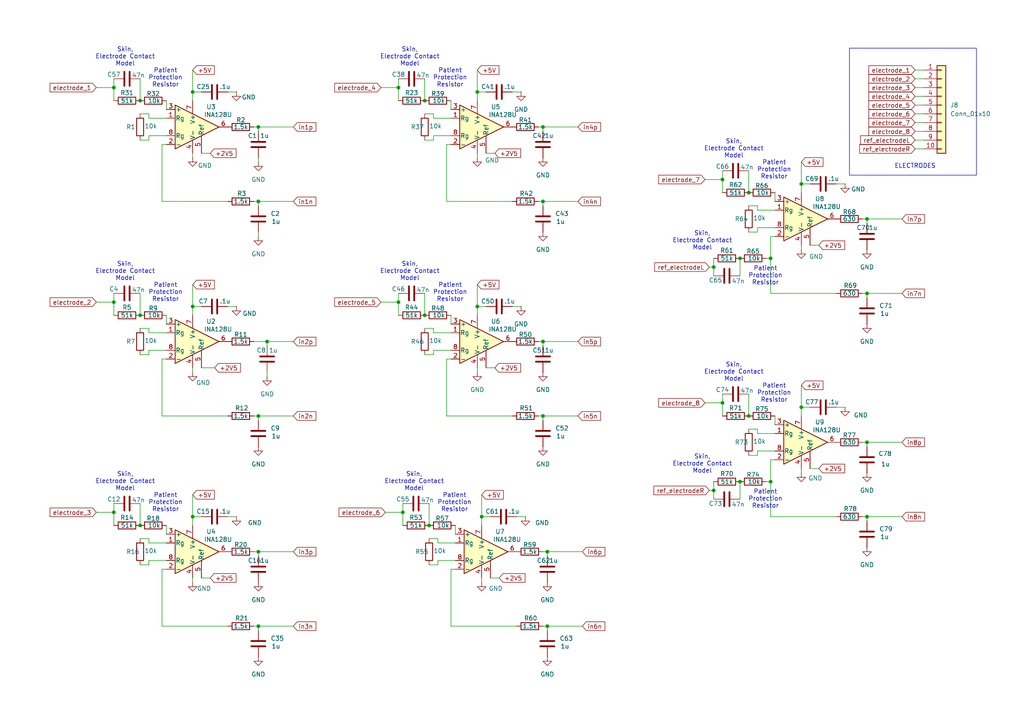
<source format=kicad_sch>
(kicad_sch (version 20231120) (generator "eeschema") (generator_version "8.0")
  (paper "A4")
  (junction (at 232.41 118.11))
  (junction (at 209.55 116.84))
  (junction (at 74.93 181.61))
  (junction (at 40.64 29.21))
  (junction (at 40.64 91.44))
  (junction (at 55.88 26.67))
  (junction (at 251.46 128.27))
  (junction (at 138.43 88.9))
  (junction (at 55.88 149.86))
  (junction (at 74.93 120.65))
  (junction (at 33.02 148.59))
  (junction (at 157.48 58.42))
  (junction (at 251.46 63.5))
  (junction (at 77.47 99.06))
  (junction (at 115.57 87.63))
  (junction (at 158.75 160.02))
  (junction (at 138.43 26.67))
  (junction (at 33.02 87.63))
  (junction (at 116.84 148.59))
  (junction (at 157.48 99.06))
  (junction (at 33.02 25.4))
  (junction (at 115.57 25.4))
  (junction (at 74.93 58.42))
  (junction (at 55.88 88.9))
  (junction (at 158.75 181.61))
  (junction (at 217.17 55.88))
  (junction (at 123.19 29.21))
  (junction (at 74.93 160.02))
  (junction (at 139.7 149.86))
  (junction (at 232.41 53.34))
  (junction (at 214.63 74.93))
  (junction (at 124.46 152.4))
  (junction (at 209.55 52.07))
  (junction (at 251.46 85.09))
  (junction (at 217.17 120.65))
  (junction (at 214.63 139.7))
  (junction (at 251.46 149.86))
  (junction (at 157.48 36.83))
  (junction (at 40.64 152.4))
  (junction (at 157.48 120.65))
  (junction (at 223.52 74.93))
  (junction (at 123.19 91.44))
  (junction (at 223.52 139.7))
  (junction (at 207.01 142.24))
  (junction (at 74.93 36.83))
  (junction (at 207.01 77.47))
  (wire (pts (xy 204.47 52.07) (xy 209.55 52.07)))
  (wire (pts (xy 132.08 157.48) (xy 127 157.48)))
  (wire (pts (xy 73.66 160.02) (xy 74.93 160.02)))
  (wire (pts (xy 43.18 102.87) (xy 40.64 102.87)))
  (wire (pts (xy 73.66 58.42) (xy 74.93 58.42)))
  (wire (pts (xy 55.88 26.67) (xy 58.42 26.67)))
  (wire (pts (xy 123.19 22.86) (xy 123.19 29.21)))
  (wire (pts (xy 138.43 91.44) (xy 138.43 88.9)))
  (wire (pts (xy 73.66 120.65) (xy 74.93 120.65)))
  (wire (pts (xy 48.26 91.44) (xy 48.26 93.98)))
  (wire (pts (xy 48.26 152.4) (xy 48.26 154.94)))
  (wire (pts (xy 77.47 99.06) (xy 85.09 99.06)))
  (wire (pts (xy 156.21 58.42) (xy 157.48 58.42)))
  (wire (pts (xy 74.93 67.31) (xy 74.93 68.58)))
  (wire (pts (xy 27.94 87.63) (xy 33.02 87.63)))
  (wire (pts (xy 48.26 162.56) (xy 43.18 162.56)))
  (wire (pts (xy 209.55 114.3) (xy 209.55 116.84)))
  (wire (pts (xy 115.57 25.4) (xy 115.57 29.21)))
  (wire (pts (xy 157.48 181.61) (xy 158.75 181.61)))
  (wire (pts (xy 251.46 128.27) (xy 251.46 129.54)))
  (wire (pts (xy 219.71 60.96) (xy 219.71 59.69)))
  (wire (pts (xy 157.48 160.02) (xy 158.75 160.02)))
  (wire (pts (xy 132.08 162.56) (xy 127 162.56)))
  (wire (pts (xy 148.59 26.67) (xy 151.13 26.67)))
  (wire (pts (xy 219.71 125.73) (xy 219.71 124.46)))
  (wire (pts (xy 205.74 142.24) (xy 207.01 142.24)))
  (wire (pts (xy 224.79 66.04) (xy 219.71 66.04)))
  (wire (pts (xy 116.84 146.05) (xy 116.84 148.59)))
  (wire (pts (xy 232.41 71.12) (xy 232.41 72.39)))
  (wire (pts (xy 73.66 181.61) (xy 74.93 181.61)))
  (wire (pts (xy 214.63 139.7) (xy 214.63 144.78)))
  (wire (pts (xy 55.88 152.4) (xy 55.88 149.86)))
  (wire (pts (xy 219.71 67.31) (xy 217.17 67.31)))
  (wire (pts (xy 149.86 181.61) (xy 130.81 181.61)))
  (wire (pts (xy 43.18 101.6) (xy 43.18 102.87)))
  (wire (pts (xy 251.46 63.5) (xy 261.62 63.5)))
  (wire (pts (xy 223.52 139.7) (xy 223.52 149.86)))
  (wire (pts (xy 224.79 125.73) (xy 219.71 125.73)))
  (wire (pts (xy 265.43 43.18) (xy 267.97 43.18)))
  (wire (pts (xy 237.49 135.89) (xy 234.95 135.89)))
  (wire (pts (xy 157.48 58.42) (xy 167.64 58.42)))
  (wire (pts (xy 242.57 53.34) (xy 245.11 53.34)))
  (wire (pts (xy 77.47 99.06) (xy 77.47 100.33)))
  (wire (pts (xy 74.93 181.61) (xy 74.93 182.88)))
  (wire (pts (xy 232.41 118.11) (xy 234.95 118.11)))
  (wire (pts (xy 217.17 49.53) (xy 217.17 55.88)))
  (wire (pts (xy 157.48 36.83) (xy 157.48 38.1)))
  (wire (pts (xy 125.73 101.6) (xy 125.73 102.87)))
  (wire (pts (xy 43.18 39.37) (xy 43.18 40.64)))
  (wire (pts (xy 55.88 106.68) (xy 55.88 107.95)))
  (wire (pts (xy 55.88 149.86) (xy 58.42 149.86)))
  (wire (pts (xy 158.75 181.61) (xy 168.91 181.61)))
  (wire (pts (xy 110.49 25.4) (xy 115.57 25.4)))
  (wire (pts (xy 232.41 111.76) (xy 232.41 118.11)))
  (wire (pts (xy 48.26 34.29) (xy 43.18 34.29)))
  (wire (pts (xy 219.71 59.69) (xy 217.17 59.69)))
  (wire (pts (xy 130.81 91.44) (xy 130.81 93.98)))
  (wire (pts (xy 40.64 146.05) (xy 40.64 152.4)))
  (wire (pts (xy 130.81 101.6) (xy 125.73 101.6)))
  (wire (pts (xy 123.19 85.09) (xy 123.19 91.44)))
  (wire (pts (xy 125.73 96.52) (xy 125.73 95.25)))
  (wire (pts (xy 48.26 157.48) (xy 43.18 157.48)))
  (wire (pts (xy 125.73 102.87) (xy 123.19 102.87)))
  (wire (pts (xy 40.64 22.86) (xy 40.64 29.21)))
  (wire (pts (xy 265.43 25.4) (xy 267.97 25.4)))
  (wire (pts (xy 48.26 104.14) (xy 46.99 104.14)))
  (wire (pts (xy 46.99 165.1) (xy 46.99 181.61)))
  (wire (pts (xy 74.93 36.83) (xy 85.09 36.83)))
  (wire (pts (xy 209.55 52.07) (xy 209.55 55.88)))
  (wire (pts (xy 125.73 34.29) (xy 125.73 33.02)))
  (wire (pts (xy 43.18 162.56) (xy 43.18 163.83)))
  (wire (pts (xy 158.75 160.02) (xy 168.91 160.02)))
  (wire (pts (xy 157.48 99.06) (xy 157.48 100.33)))
  (wire (pts (xy 265.43 35.56) (xy 267.97 35.56)))
  (wire (pts (xy 158.75 181.61) (xy 158.75 182.88)))
  (wire (pts (xy 115.57 22.86) (xy 115.57 25.4)))
  (wire (pts (xy 33.02 25.4) (xy 33.02 29.21)))
  (wire (pts (xy 125.73 33.02) (xy 123.19 33.02)))
  (wire (pts (xy 127 162.56) (xy 127 163.83)))
  (wire (pts (xy 74.93 58.42) (xy 85.09 58.42)))
  (wire (pts (xy 232.41 135.89) (xy 232.41 137.16)))
  (wire (pts (xy 33.02 146.05) (xy 33.02 148.59)))
  (wire (pts (xy 132.08 165.1) (xy 130.81 165.1)))
  (wire (pts (xy 43.18 96.52) (xy 43.18 95.25)))
  (wire (pts (xy 48.26 101.6) (xy 43.18 101.6)))
  (wire (pts (xy 130.81 104.14) (xy 129.54 104.14)))
  (wire (pts (xy 127 157.48) (xy 127 156.21)))
  (wire (pts (xy 138.43 82.55) (xy 138.43 88.9)))
  (wire (pts (xy 74.93 120.65) (xy 74.93 121.92)))
  (wire (pts (xy 116.84 148.59) (xy 116.84 152.4)))
  (wire (pts (xy 250.19 128.27) (xy 251.46 128.27)))
  (wire (pts (xy 157.48 120.65) (xy 157.48 121.92)))
  (wire (pts (xy 139.7 167.64) (xy 139.7 168.91)))
  (wire (pts (xy 242.57 85.09) (xy 223.52 85.09)))
  (wire (pts (xy 55.88 29.21) (xy 55.88 26.67)))
  (wire (pts (xy 265.43 38.1) (xy 267.97 38.1)))
  (wire (pts (xy 74.93 120.65) (xy 85.09 120.65)))
  (wire (pts (xy 66.04 120.65) (xy 46.99 120.65)))
  (wire (pts (xy 127 163.83) (xy 124.46 163.83)))
  (wire (pts (xy 60.96 167.64) (xy 58.42 167.64)))
  (wire (pts (xy 55.88 20.32) (xy 55.88 26.67)))
  (wire (pts (xy 138.43 106.68) (xy 138.43 107.95)))
  (wire (pts (xy 251.46 149.86) (xy 261.62 149.86)))
  (wire (pts (xy 125.73 95.25) (xy 123.19 95.25)))
  (wire (pts (xy 111.76 148.59) (xy 116.84 148.59)))
  (wire (pts (xy 62.23 106.68) (xy 58.42 106.68)))
  (wire (pts (xy 219.71 124.46) (xy 217.17 124.46)))
  (wire (pts (xy 148.59 58.42) (xy 129.54 58.42)))
  (wire (pts (xy 55.88 82.55) (xy 55.88 88.9)))
  (wire (pts (xy 43.18 156.21) (xy 40.64 156.21)))
  (wire (pts (xy 46.99 104.14) (xy 46.99 120.65)))
  (wire (pts (xy 74.93 160.02) (xy 74.93 161.29)))
  (wire (pts (xy 157.48 120.65) (xy 167.64 120.65)))
  (wire (pts (xy 251.46 85.09) (xy 251.46 86.36)))
  (wire (pts (xy 242.57 149.86) (xy 223.52 149.86)))
  (wire (pts (xy 205.74 77.47) (xy 207.01 77.47)))
  (wire (pts (xy 157.48 58.42) (xy 157.48 59.69)))
  (wire (pts (xy 251.46 63.5) (xy 251.46 64.77)))
  (wire (pts (xy 250.19 149.86) (xy 251.46 149.86)))
  (wire (pts (xy 48.26 165.1) (xy 46.99 165.1)))
  (wire (pts (xy 250.19 85.09) (xy 251.46 85.09)))
  (wire (pts (xy 139.7 152.4) (xy 139.7 149.86)))
  (wire (pts (xy 224.79 60.96) (xy 219.71 60.96)))
  (wire (pts (xy 125.73 39.37) (xy 125.73 40.64)))
  (wire (pts (xy 110.49 87.63) (xy 115.57 87.63)))
  (wire (pts (xy 27.94 25.4) (xy 33.02 25.4)))
  (wire (pts (xy 115.57 85.09) (xy 115.57 87.63)))
  (wire (pts (xy 130.81 165.1) (xy 130.81 181.61)))
  (wire (pts (xy 74.93 36.83) (xy 74.93 38.1)))
  (wire (pts (xy 48.26 41.91) (xy 46.99 41.91)))
  (wire (pts (xy 158.75 160.02) (xy 158.75 161.29)))
  (wire (pts (xy 74.93 45.72) (xy 74.93 46.99)))
  (wire (pts (xy 148.59 88.9) (xy 151.13 88.9)))
  (wire (pts (xy 157.48 36.83) (xy 167.64 36.83)))
  (wire (pts (xy 224.79 133.35) (xy 223.52 133.35)))
  (wire (pts (xy 55.88 88.9) (xy 58.42 88.9)))
  (wire (pts (xy 43.18 34.29) (xy 43.18 33.02)))
  (wire (pts (xy 219.71 132.08) (xy 217.17 132.08)))
  (wire (pts (xy 43.18 33.02) (xy 40.64 33.02)))
  (wire (pts (xy 33.02 148.59) (xy 33.02 152.4)))
  (wire (pts (xy 207.01 142.24) (xy 207.01 144.78)))
  (wire (pts (xy 33.02 85.09) (xy 33.02 87.63)))
  (wire (pts (xy 149.86 149.86) (xy 152.4 149.86)))
  (wire (pts (xy 27.94 148.59) (xy 33.02 148.59)))
  (wire (pts (xy 219.71 130.81) (xy 219.71 132.08)))
  (wire (pts (xy 55.88 91.44) (xy 55.88 88.9)))
  (wire (pts (xy 156.21 36.83) (xy 157.48 36.83)))
  (wire (pts (xy 223.52 74.93) (xy 222.25 74.93)))
  (wire (pts (xy 66.04 88.9) (xy 68.58 88.9)))
  (wire (pts (xy 251.46 128.27) (xy 261.62 128.27)))
  (wire (pts (xy 124.46 146.05) (xy 124.46 152.4)))
  (wire (pts (xy 130.81 29.21) (xy 130.81 31.75)))
  (wire (pts (xy 129.54 41.91) (xy 129.54 58.42)))
  (wire (pts (xy 224.79 68.58) (xy 223.52 68.58)))
  (wire (pts (xy 48.26 29.21) (xy 48.26 31.75)))
  (wire (pts (xy 143.51 106.68) (xy 140.97 106.68)))
  (wire (pts (xy 129.54 104.14) (xy 129.54 120.65)))
  (wire (pts (xy 207.01 77.47) (xy 207.01 80.01)))
  (wire (pts (xy 224.79 55.88) (xy 224.79 58.42)))
  (wire (pts (xy 138.43 88.9) (xy 140.97 88.9)))
  (wire (pts (xy 130.81 34.29) (xy 125.73 34.29)))
  (wire (pts (xy 251.46 149.86) (xy 251.46 151.13)))
  (wire (pts (xy 132.08 152.4) (xy 132.08 154.94)))
  (wire (pts (xy 237.49 71.12) (xy 234.95 71.12)))
  (wire (pts (xy 144.78 167.64) (xy 142.24 167.64)))
  (wire (pts (xy 207.01 74.93) (xy 207.01 77.47)))
  (wire (pts (xy 223.52 139.7) (xy 222.25 139.7)))
  (wire (pts (xy 46.99 41.91) (xy 46.99 58.42)))
  (wire (pts (xy 143.51 44.45) (xy 140.97 44.45)))
  (wire (pts (xy 33.02 87.63) (xy 33.02 91.44)))
  (wire (pts (xy 43.18 95.25) (xy 40.64 95.25)))
  (wire (pts (xy 55.88 44.45) (xy 55.88 45.72)))
  (wire (pts (xy 40.64 85.09) (xy 40.64 91.44)))
  (wire (pts (xy 55.88 167.64) (xy 55.88 168.91)))
  (wire (pts (xy 217.17 114.3) (xy 217.17 120.65)))
  (wire (pts (xy 265.43 20.32) (xy 267.97 20.32)))
  (wire (pts (xy 43.18 157.48) (xy 43.18 156.21)))
  (wire (pts (xy 224.79 120.65) (xy 224.79 123.19)))
  (wire (pts (xy 157.48 99.06) (xy 167.64 99.06)))
  (wire (pts (xy 232.41 46.99) (xy 232.41 53.34)))
  (wire (pts (xy 60.96 44.45) (xy 58.42 44.45)))
  (wire (pts (xy 219.71 66.04) (xy 219.71 67.31)))
  (wire (pts (xy 207.01 139.7) (xy 207.01 142.24)))
  (wire (pts (xy 77.47 107.95) (xy 77.47 109.22)))
  (wire (pts (xy 232.41 120.65) (xy 232.41 118.11)))
  (wire (pts (xy 223.52 74.93) (xy 223.52 85.09)))
  (wire (pts (xy 115.57 87.63) (xy 115.57 91.44)))
  (wire (pts (xy 148.59 120.65) (xy 129.54 120.65)))
  (wire (pts (xy 265.43 33.02) (xy 267.97 33.02)))
  (wire (pts (xy 66.04 181.61) (xy 46.99 181.61)))
  (wire (pts (xy 74.93 58.42) (xy 74.93 59.69)))
  (wire (pts (xy 130.81 96.52) (xy 125.73 96.52)))
  (wire (pts (xy 156.21 99.06) (xy 157.48 99.06)))
  (wire (pts (xy 265.43 40.64) (xy 267.97 40.64)))
  (wire (pts (xy 214.63 74.93) (xy 214.63 80.01)))
  (wire (pts (xy 125.73 40.64) (xy 123.19 40.64)))
  (wire (pts (xy 43.18 163.83) (xy 40.64 163.83)))
  (wire (pts (xy 156.21 120.65) (xy 157.48 120.65)))
  (wire (pts (xy 73.66 36.83) (xy 74.93 36.83)))
  (wire (pts (xy 265.43 30.48) (xy 267.97 30.48)))
  (wire (pts (xy 138.43 44.45) (xy 138.43 45.72)))
  (wire (pts (xy 223.52 68.58) (xy 223.52 74.93)))
  (wire (pts (xy 55.88 143.51) (xy 55.88 149.86)))
  (wire (pts (xy 73.66 99.06) (xy 77.47 99.06)))
  (wire (pts (xy 265.43 27.94) (xy 267.97 27.94)))
  (wire (pts (xy 251.46 85.09) (xy 261.62 85.09)))
  (wire (pts (xy 127 156.21) (xy 124.46 156.21)))
  (wire (pts (xy 48.26 96.52) (xy 43.18 96.52)))
  (wire (pts (xy 138.43 26.67) (xy 140.97 26.67)))
  (wire (pts (xy 74.93 181.61) (xy 85.09 181.61)))
  (wire (pts (xy 48.26 39.37) (xy 43.18 39.37)))
  (wire (pts (xy 242.57 118.11) (xy 245.11 118.11)))
  (wire (pts (xy 139.7 143.51) (xy 139.7 149.86)))
  (wire (pts (xy 43.18 40.64) (xy 40.64 40.64)))
  (wire (pts (xy 130.81 41.91) (xy 129.54 41.91)))
  (wire (pts (xy 224.79 130.81) (xy 219.71 130.81)))
  (wire (pts (xy 66.04 149.86) (xy 68.58 149.86)))
  (wire (pts (xy 138.43 29.21) (xy 138.43 26.67)))
  (wire (pts (xy 66.04 26.67) (xy 68.58 26.67)))
  (wire (pts (xy 232.41 55.88) (xy 232.41 53.34)))
  (wire (pts (xy 265.43 22.86) (xy 267.97 22.86)))
  (wire (pts (xy 232.41 53.34) (xy 234.95 53.34)))
  (wire (pts (xy 250.19 63.5) (xy 251.46 63.5)))
  (wire (pts (xy 139.7 149.86) (xy 142.24 149.86)))
  (wire (pts (xy 138.43 20.32) (xy 138.43 26.67)))
  (wire (pts (xy 66.04 58.42) (xy 46.99 58.42)))
  (wire (pts (xy 204.47 116.84) (xy 209.55 116.84)))
  (wire (pts (xy 209.55 116.84) (xy 209.55 120.65)))
  (wire (pts (xy 209.55 49.53) (xy 209.55 52.07)))
  (wire (pts (xy 33.02 22.86) (xy 33.02 25.4)))
  (wire (pts (xy 130.81 39.37) (xy 125.73 39.37)))
  (wire (pts (xy 74.93 160.02) (xy 85.09 160.02)))
  (wire (pts (xy 223.52 133.35) (xy 223.52 139.7)))
  (rectangle (start 246.38 13.97) (end 283.21 50.8))
  (text "Skin,\nElectrode Contact\nModel" (at 36.322 78.74 0) (effects (font (size 1.27 1.27))))
  (text "Skin,\nElectrode Contact\nModel" (at 36.322 16.51 0) (effects (font (size 1.27 1.27))))
  (text "Skin,\nElectrode Contact\nModel" (at 212.852 107.95 0) (effects (font (size 1.27 1.27))))
  (text "Skin,\nElectrode Contact\nModel" (at 203.708 69.85 0) (effects (font (size 1.27 1.27))))
  (text "Skin,\nElectrode Contact\nModel" (at 118.872 78.74 0) (effects (font (size 1.27 1.27))))
  (text "Patient\nProtection\nResistor" (at 221.996 80.01 0) (effects (font (size 1.27 1.27))))
  (text "Patient\nProtection\nResistor" (at 224.536 114.046 0) (effects (font (size 1.27 1.27))))
  (text "Patient\nProtection\nResistor" (at 224.536 49.276 0) (effects (font (size 1.27 1.27))))
  (text "Patient\nProtection\nResistor" (at 130.556 22.606 0) (effects (font (size 1.27 1.27))))
  (text "Skin,\nElectrode Contact\nModel" (at 118.872 16.51 0) (effects (font (size 1.27 1.27))))
  (text "Skin,\nElectrode Contact\nModel" (at 36.322 139.7 0) (effects (font (size 1.27 1.27))))
  (text "Patient\nProtection\nResistor" (at 48.006 22.606 0) (effects (font (size 1.27 1.27))))
  (text "Skin,\nElectrode Contact\nModel" (at 120.142 139.7 0) (effects (font (size 1.27 1.27))))
  (text "Patient\nProtection\nResistor" (at 48.006 84.836 0) (effects (font (size 1.27 1.27))))
  (text "Patient\nProtection\nResistor" (at 221.996 144.78 0) (effects (font (size 1.27 1.27))))
  (text "Skin,\nElectrode Contact\nModel" (at 203.708 134.62 0) (effects (font (size 1.27 1.27))))
  (text "Skin,\nElectrode Contact\nModel" (at 212.852 43.18 0) (effects (font (size 1.27 1.27))))
  (text "Patient\nProtection\nResistor" (at 130.556 84.836 0) (effects (font (size 1.27 1.27))))
  (text "Patient\nProtection\nResistor" (at 131.826 145.796 0) (effects (font (size 1.27 1.27))))
  (text "ELECTRODES" (at 265.43 48.26 0) (effects (font (size 1.27 1.27))))
  (text "Patient\nProtection\nResistor" (at 48.006 145.796 0) (effects (font (size 1.27 1.27))))
  (global_label "+2V5" (shape input) (at 143.51 106.68 0) (property "Intersheetrefs" "${INTERSHEET_REFS}" (effects (hide yes))))
  (global_label "in7n" (shape input) (at 261.62 85.09 0) (property "Intersheetrefs" "${INTERSHEET_REFS}" (effects (hide yes))))
  (global_label "ref_electrodeL" (shape input) (at 265.43 40.64 180) (property "Intersheetrefs" "${INTERSHEET_REFS}" (effects (hide yes))))
  (global_label "in1p" (shape input) (at 85.09 36.83 0) (property "Intersheetrefs" "${INTERSHEET_REFS}" (effects (hide yes))))
  (global_label "+5V" (shape input) (at 138.43 20.32 0) (property "Intersheetrefs" "${INTERSHEET_REFS}" (effects (hide yes))))
  (global_label "electrode_2" (shape input) (at 265.43 22.86 180) (property "Intersheetrefs" "${INTERSHEET_REFS}" (effects (hide yes))))
  (global_label "in2n" (shape input) (at 85.09 120.65 0) (property "Intersheetrefs" "${INTERSHEET_REFS}" (effects (hide yes))))
  (global_label "in4p" (shape input) (at 167.64 36.83 0) (property "Intersheetrefs" "${INTERSHEET_REFS}" (effects (hide yes))))
  (global_label "electrode_5" (shape input) (at 265.43 30.48 180) (property "Intersheetrefs" "${INTERSHEET_REFS}" (effects (hide yes))))
  (global_label "in5n" (shape input) (at 167.64 120.65 0) (property "Intersheetrefs" "${INTERSHEET_REFS}" (effects (hide yes))))
  (global_label "electrode_8" (shape input) (at 265.43 38.1 180) (property "Intersheetrefs" "${INTERSHEET_REFS}" (effects (hide yes))))
  (global_label "electrode_6" (shape input) (at 111.76 148.59 180) (property "Intersheetrefs" "${INTERSHEET_REFS}" (effects (hide yes))))
  (global_label "electrode_6" (shape input) (at 265.43 33.02 180) (property "Intersheetrefs" "${INTERSHEET_REFS}" (effects (hide yes))))
  (global_label "+2V5" (shape input) (at 143.51 44.45 0) (property "Intersheetrefs" "${INTERSHEET_REFS}" (effects (hide yes))))
  (global_label "+5V" (shape input) (at 232.41 46.99 0) (property "Intersheetrefs" "${INTERSHEET_REFS}" (effects (hide yes))))
  (global_label "electrode_2" (shape input) (at 27.94 87.63 180) (property "Intersheetrefs" "${INTERSHEET_REFS}" (effects (hide yes))))
  (global_label "ref_electrodeR" (shape input) (at 265.43 43.18 180) (property "Intersheetrefs" "${INTERSHEET_REFS}" (effects (hide yes))))
  (global_label "+5V" (shape input) (at 139.7 143.51 0) (property "Intersheetrefs" "${INTERSHEET_REFS}" (effects (hide yes))))
  (global_label "+5V" (shape input) (at 232.41 111.76 0) (property "Intersheetrefs" "${INTERSHEET_REFS}" (effects (hide yes))))
  (global_label "in3p" (shape input) (at 85.09 160.02 0) (property "Intersheetrefs" "${INTERSHEET_REFS}" (effects (hide yes))))
  (global_label "electrode_1" (shape input) (at 265.43 20.32 180) (property "Intersheetrefs" "${INTERSHEET_REFS}" (effects (hide yes))))
  (global_label "+5V" (shape input) (at 55.88 20.32 0) (property "Intersheetrefs" "${INTERSHEET_REFS}" (effects (hide yes))))
  (global_label "in5p" (shape input) (at 167.64 99.06 0) (property "Intersheetrefs" "${INTERSHEET_REFS}" (effects (hide yes))))
  (global_label "electrode_4" (shape input) (at 110.49 25.4 180) (property "Intersheetrefs" "${INTERSHEET_REFS}" (effects (hide yes))))
  (global_label "ref_electrodeR" (shape input) (at 205.74 142.24 180) (property "Intersheetrefs" "${INTERSHEET_REFS}" (effects (hide yes))))
  (global_label "+5V" (shape input) (at 55.88 143.51 0) (property "Intersheetrefs" "${INTERSHEET_REFS}" (effects (hide yes))))
  (global_label "in4n" (shape input) (at 167.64 58.42 0) (property "Intersheetrefs" "${INTERSHEET_REFS}" (effects (hide yes))))
  (global_label "in6p" (shape input) (at 168.91 160.02 0) (property "Intersheetrefs" "${INTERSHEET_REFS}" (effects (hide yes))))
  (global_label "+2V5" (shape input) (at 60.96 167.64 0) (property "Intersheetrefs" "${INTERSHEET_REFS}" (effects (hide yes))))
  (global_label "in3n" (shape input) (at 85.09 181.61 0) (property "Intersheetrefs" "${INTERSHEET_REFS}" (effects (hide yes))))
  (global_label "electrode_8" (shape input) (at 204.47 116.84 180) (property "Intersheetrefs" "${INTERSHEET_REFS}" (effects (hide yes))))
  (global_label "+2V5" (shape input) (at 60.96 44.45 0) (property "Intersheetrefs" "${INTERSHEET_REFS}" (effects (hide yes))))
  (global_label "ref_electrodeL" (shape input) (at 205.74 77.47 180) (property "Intersheetrefs" "${INTERSHEET_REFS}" (effects (hide yes))))
  (global_label "+2V5" (shape input) (at 237.49 135.89 0) (property "Intersheetrefs" "${INTERSHEET_REFS}" (effects (hide yes))))
  (global_label "in6n" (shape input) (at 168.91 181.61 0) (property "Intersheetrefs" "${INTERSHEET_REFS}" (effects (hide yes))))
  (global_label "+2V5" (shape input) (at 62.23 106.68 0) (property "Intersheetrefs" "${INTERSHEET_REFS}" (effects (hide yes))))
  (global_label "+5V" (shape input) (at 138.43 82.55 0) (property "Intersheetrefs" "${INTERSHEET_REFS}" (effects (hide yes))))
  (global_label "electrode_7" (shape input) (at 265.43 35.56 180) (property "Intersheetrefs" "${INTERSHEET_REFS}" (effects (hide yes))))
  (global_label "+2V5" (shape input) (at 237.49 71.12 0) (property "Intersheetrefs" "${INTERSHEET_REFS}" (effects (hide yes))))
  (global_label "+5V" (shape input) (at 55.88 82.55 0) (property "Intersheetrefs" "${INTERSHEET_REFS}" (effects (hide yes))))
  (global_label "electrode_3" (shape input) (at 265.43 25.4 180) (property "Intersheetrefs" "${INTERSHEET_REFS}" (effects (hide yes))))
  (global_label "electrode_1" (shape input) (at 27.94 25.4 180) (property "Intersheetrefs" "${INTERSHEET_REFS}" (effects (hide yes))))
  (global_label "+2V5" (shape input) (at 144.78 167.64 0) (property "Intersheetrefs" "${INTERSHEET_REFS}" (effects (hide yes))))
  (global_label "electrode_3" (shape input) (at 27.94 148.59 180) (property "Intersheetrefs" "${INTERSHEET_REFS}" (effects (hide yes))))
  (global_label "in8p" (shape input) (at 261.62 128.27 0) (property "Intersheetrefs" "${INTERSHEET_REFS}" (effects (hide yes))))
  (global_label "in8n" (shape input) (at 261.62 149.86 0) (property "Intersheetrefs" "${INTERSHEET_REFS}" (effects (hide yes))))
  (global_label "in2p" (shape input) (at 85.09 99.06 0) (property "Intersheetrefs" "${INTERSHEET_REFS}" (effects (hide yes))))
  (global_label "electrode_7" (shape input) (at 204.47 52.07 180) (property "Intersheetrefs" "${INTERSHEET_REFS}" (effects (hide yes))))
  (global_label "electrode_4" (shape input) (at 265.43 27.94 180) (property "Intersheetrefs" "${INTERSHEET_REFS}" (effects (hide yes))))
  (global_label "in7p" (shape input) (at 261.62 63.5 0) (property "Intersheetrefs" "${INTERSHEET_REFS}" (effects (hide yes))))
  (global_label "in1n" (shape input) (at 85.09 58.42 0) (property "Intersheetrefs" "${INTERSHEET_REFS}" (effects (hide yes))))
  (global_label "electrode_5" (shape input) (at 110.49 87.63 180) (property "Intersheetrefs" "${INTERSHEET_REFS}" (effects (hide yes))))
  (symbol (lib_id "Device:R") (at 127 91.44 90) (unit 1)
    (property "Reference" "R48" (at 127 89.408 90))
    (property "Value" "10k" (at 127.254 91.44 90))
    (property "Footprint" "Resistor_SMD:R_0603_1608Metric" (effects (hide yes)))
    (property "Description" "Resistor" (effects (hide yes)))
  )
  (symbol (lib_id "Device:R") (at 210.82 74.93 90) (unit 1)
    (property "Reference" "R61" (at 210.82 72.644 90))
    (property "Value" "51k" (at 210.82 74.93 90))
    (property "Footprint" "Resistor_SMD:R_0603_1608Metric" (effects (hide yes)))
    (property "Description" "Resistor" (effects (hide yes)))
  )
  (symbol (lib_id "Amplifier_Instrumentation:INA128") (at 138.43 36.83 0) (unit 1)
    (property "Reference" "U5" (at 143.764 30.988 0))
    (property "Value" "INA128U" (at 145.796 33.274 0))
    (property "Footprint" "Package_SO:SOIC-8_3.9x4.9mm_P1.27mm" (effects (hide yes)))
    (property "Datasheet" "http://www.ti.com/lit/ds/symlink/ina128.pdf" (effects (hide yes)))
    (property "Description" "Precision, Low Power Instrumentation Amplifier G = 1 + 50kOhm/Rg, DIP-8/SOIC-8" (effects (hide yes)))
  )
  (symbol (lib_id "Device:C") (at 74.93 41.91 0) (unit 1)
    (property "Reference" "C1" (at 71.882 39.37 0) (effects (justify left)))
    (property "Value" "1u" (at 75.438 39.37 0) (effects (justify left)))
    (property "Footprint" "Capacitor_SMD:C_0603_1608Metric" (effects (hide yes)))
    (property "Description" "Unpolarized capacitor" (effects (hide yes)))
  )
  (symbol (lib_id "Device:R") (at 36.83 91.44 90) (unit 1)
    (property "Reference" "R5" (at 36.83 89.154 90))
    (property "Value" "51k" (at 36.83 91.44 90))
    (property "Footprint" "Resistor_SMD:R_0603_1608Metric" (effects (hide yes)))
    (property "Description" "Resistor" (effects (hide yes)))
  )
  (symbol (lib_id "Device:C") (at 157.48 63.5 0) (unit 1)
    (property "Reference" "C43" (at 161.036 61.976 0) (effects (justify left)))
    (property "Value" "1u" (at 161.29 64.262 0) (effects (justify left)))
    (property "Footprint" "Capacitor_SMD:C_0603_1608Metric" (effects (hide yes)))
    (property "Description" "Unpolarized capacitor" (effects (hide yes)))
  )
  (symbol (lib_id "Device:C") (at 157.48 104.14 0) (unit 1)
    (property "Reference" "C51" (at 154.432 101.6 0) (effects (justify left)))
    (property "Value" "1u" (at 157.988 101.6 0) (effects (justify left)))
    (property "Footprint" "Capacitor_SMD:C_0603_1608Metric" (effects (hide yes)))
    (property "Description" "Unpolarized capacitor" (effects (hide yes)))
  )
  (symbol (lib_id "Device:R") (at 217.17 63.5 0) (unit 1)
    (property "Reference" "R64" (at 213.106 63.5 0) (effects (justify left)))
    (property "Value" "10k" (at 218.44 63.246 0) (effects (justify left)))
    (property "Footprint" "Resistor_SMD:R_0603_1608Metric" (effects (hide yes)))
    (property "Description" "Resistor" (effects (hide yes)))
  )
  (symbol (lib_id "Device:R") (at 40.64 99.06 0) (unit 1)
    (property "Reference" "R7" (at 36.576 99.06 0) (effects (justify left)))
    (property "Value" "10k" (at 41.91 98.806 0) (effects (justify left)))
    (property "Footprint" "Resistor_SMD:R_0603_1608Metric" (effects (hide yes)))
    (property "Description" "Resistor" (effects (hide yes)))
  )
  (symbol (lib_id "Device:C") (at 251.46 133.35 0) (unit 1)
    (property "Reference" "C78" (at 254.762 131.572 0) (effects (justify left)))
    (property "Value" "1u" (at 255.524 134.62 0) (effects (justify left)))
    (property "Footprint" "Capacitor_SMD:C_0603_1608Metric" (effects (hide yes)))
    (property "Description" "Unpolarized capacitor" (effects (hide yes)))
  )
  (symbol (lib_id "Device:R") (at 213.36 55.88 90) (unit 1)
    (property "Reference" "R62" (at 213.36 53.594 90))
    (property "Value" "51k" (at 213.36 55.88 90))
    (property "Footprint" "Resistor_SMD:R_0603_1608Metric" (effects (hide yes)))
    (property "Description" "Resistor" (effects (hide yes)))
  )
  (symbol (lib_id "Device:R") (at 119.38 29.21 90) (unit 1)
    (property "Reference" "R23" (at 119.38 26.924 90))
    (property "Value" "51k" (at 119.38 29.21 90))
    (property "Footprint" "Resistor_SMD:R_0603_1608Metric" (effects (hide yes)))
    (property "Description" "Resistor" (effects (hide yes)))
  )
  (symbol (lib_id "Amplifier_Instrumentation:INA128") (at 232.41 63.5 0) (unit 1)
    (property "Reference" "U8" (at 237.744 57.658 0))
    (property "Value" "INA128U" (at 239.776 59.944 0))
    (property "Footprint" "Package_SO:SOIC-8_3.9x4.9mm_P1.27mm" (effects (hide yes)))
    (property "Datasheet" "http://www.ti.com/lit/ds/symlink/ina128.pdf" (effects (hide yes)))
    (property "Description" "Precision, Low Power Instrumentation Amplifier G = 1 + 50kOhm/Rg, DIP-8/SOIC-8" (effects (hide yes)))
  )
  (symbol (lib_id "power:GND") (at 157.48 107.95 0) (unit 1)
    (property "Reference" "#PWR017" (effects (hide yes)))
    (property "Value" "GND" (at 157.48 113.03 0))
    (property "Description" "Power symbol creates a global label with name \"GND\" , ground" (effects (hide yes)))
  )
  (symbol (lib_id "Device:C") (at 157.48 125.73 0) (unit 1)
    (property "Reference" "C52" (at 161.036 124.206 0) (effects (justify left)))
    (property "Value" "1u" (at 161.29 126.492 0) (effects (justify left)))
    (property "Footprint" "Capacitor_SMD:C_0603_1608Metric" (effects (hide yes)))
    (property "Description" "Unpolarized capacitor" (effects (hide yes)))
  )
  (symbol (lib_id "power:GND") (at 74.93 168.91 0) (unit 1)
    (property "Reference" "#PWR012" (effects (hide yes)))
    (property "Value" "GND" (at 74.93 173.99 0))
    (property "Description" "Power symbol creates a global label with name \"GND\" , ground" (effects (hide yes)))
  )
  (symbol (lib_id "power:GND") (at 151.13 26.67 0) (unit 1)
    (property "Reference" "#PWR046" (effects (hide yes)))
    (property "Value" "GND" (at 151.13 31.75 0))
    (property "Description" "Power symbol creates a global label with name \"GND\" , ground" (effects (hide yes)))
  )
  (symbol (lib_id "Device:R") (at 44.45 152.4 90) (unit 1)
    (property "Reference" "R18" (at 44.45 150.368 90))
    (property "Value" "10k" (at 44.704 152.4 90))
    (property "Footprint" "Resistor_SMD:R_0603_1608Metric" (effects (hide yes)))
    (property "Description" "Resistor" (effects (hide yes)))
  )
  (symbol (lib_id "Amplifier_Instrumentation:INA128") (at 55.88 160.02 0) (unit 1)
    (property "Reference" "U4" (at 61.214 154.178 0))
    (property "Value" "INA128U" (at 63.246 156.464 0))
    (property "Footprint" "Package_SO:SOIC-8_3.9x4.9mm_P1.27mm" (effects (hide yes)))
    (property "Datasheet" "http://www.ti.com/lit/ds/symlink/ina128.pdf" (effects (hide yes)))
    (property "Description" "Precision, Low Power Instrumentation Amplifier G = 1 + 50kOhm/Rg, DIP-8/SOIC-8" (effects (hide yes)))
  )
  (symbol (lib_id "Device:R") (at 69.85 181.61 90) (unit 1)
    (property "Reference" "R21" (at 70.104 179.324 90))
    (property "Value" "1.5k" (at 69.85 181.61 90))
    (property "Footprint" "Resistor_SMD:R_0603_1608Metric" (effects (hide yes)))
    (property "Description" "Resistor" (effects (hide yes)))
  )
  (symbol (lib_id "Amplifier_Instrumentation:INA128") (at 55.88 99.06 0) (unit 1)
    (property "Reference" "U2" (at 61.214 93.218 0))
    (property "Value" "INA128U" (at 63.246 95.504 0))
    (property "Footprint" "Package_SO:SOIC-8_3.9x4.9mm_P1.27mm" (effects (hide yes)))
    (property "Datasheet" "http://www.ti.com/lit/ds/symlink/ina128.pdf" (effects (hide yes)))
    (property "Description" "Precision, Low Power Instrumentation Amplifier G = 1 + 50kOhm/Rg, DIP-8/SOIC-8" (effects (hide yes)))
  )
  (symbol (lib_id "Device:R") (at 119.38 91.44 90) (unit 1)
    (property "Reference" "R44" (at 119.38 89.154 90))
    (property "Value" "51k" (at 119.38 91.44 90))
    (property "Footprint" "Resistor_SMD:R_0603_1608Metric" (effects (hide yes)))
    (property "Description" "Resistor" (effects (hide yes)))
  )
  (symbol (lib_id "Device:R") (at 152.4 36.83 90) (unit 1)
    (property "Reference" "R41" (at 152.4 34.798 90))
    (property "Value" "1.5k" (at 152.4 36.83 90))
    (property "Footprint" "Resistor_SMD:R_0603_1608Metric" (effects (hide yes)))
    (property "Description" "Resistor" (effects (hide yes)))
  )
  (symbol (lib_id "Amplifier_Instrumentation:INA128") (at 232.41 128.27 0) (unit 1)
    (property "Reference" "U9" (at 237.744 122.428 0))
    (property "Value" "INA128U" (at 239.776 124.714 0))
    (property "Footprint" "Package_SO:SOIC-8_3.9x4.9mm_P1.27mm" (effects (hide yes)))
    (property "Datasheet" "http://www.ti.com/lit/ds/symlink/ina128.pdf" (effects (hide yes)))
    (property "Description" "Precision, Low Power Instrumentation Amplifier G = 1 + 50kOhm/Rg, DIP-8/SOIC-8" (effects (hide yes)))
  )
  (symbol (lib_id "power:GND") (at 157.48 67.31 0) (unit 1)
    (property "Reference" "#PWR018" (effects (hide yes)))
    (property "Value" "GND" (at 157.48 72.39 0))
    (property "Description" "Power symbol creates a global label with name \"GND\" , ground" (effects (hide yes)))
  )
  (symbol (lib_id "Device:C") (at 77.47 104.14 0) (unit 1)
    (property "Reference" "C8" (at 74.422 101.6 0) (effects (justify left)))
    (property "Value" "1u" (at 77.978 101.6 0) (effects (justify left)))
    (property "Footprint" "Capacitor_SMD:C_0603_1608Metric" (effects (hide yes)))
    (property "Description" "Unpolarized capacitor" (effects (hide yes)))
  )
  (symbol (lib_id "Device:R") (at 218.44 139.7 90) (unit 1)
    (property "Reference" "R74" (at 218.44 137.668 90))
    (property "Value" "10k" (at 218.694 139.7 90))
    (property "Footprint" "Resistor_SMD:R_0603_1608Metric" (effects (hide yes)))
    (property "Description" "Resistor" (effects (hide yes)))
  )
  (symbol (lib_id "Device:R") (at 153.67 160.02 90) (unit 1)
    (property "Reference" "R59" (at 153.67 157.988 90))
    (property "Value" "1.5k" (at 153.67 160.02 90))
    (property "Footprint" "Resistor_SMD:R_0603_1608Metric" (effects (hide yes)))
    (property "Description" "Resistor" (effects (hide yes)))
  )
  (symbol (lib_id "Device:C") (at 74.93 125.73 0) (unit 1)
    (property "Reference" "C9" (at 78.486 124.206 0) (effects (justify left)))
    (property "Value" "1u" (at 78.74 126.492 0) (effects (justify left)))
    (property "Footprint" "Capacitor_SMD:C_0603_1608Metric" (effects (hide yes)))
    (property "Description" "Unpolarized capacitor" (effects (hide yes)))
  )
  (symbol (lib_id "Device:C") (at 36.83 146.05 90) (unit 1)
    (property "Reference" "C12" (at 33.02 144.78 90))
    (property "Value" "47n" (at 40.132 145.034 90))
    (property "Footprint" "Capacitor_SMD:C_0603_1608Metric" (effects (hide yes)))
    (property "Description" "Unpolarized capacitor" (effects (hide yes)))
  )
  (symbol (lib_id "Device:R") (at 246.38 128.27 90) (unit 1)
    (property "Reference" "R77" (at 246.38 126.238 90))
    (property "Value" "630" (at 246.38 128.27 90))
    (property "Footprint" "Resistor_SMD:R_0603_1608Metric" (effects (hide yes)))
    (property "Description" "Resistor" (effects (hide yes)))
  )
  (symbol (lib_id "Device:R") (at 220.98 120.65 90) (unit 1)
    (property "Reference" "R75" (at 220.98 118.618 90))
    (property "Value" "10k" (at 221.234 120.65 90))
    (property "Footprint" "Resistor_SMD:R_0603_1608Metric" (effects (hide yes)))
    (property "Description" "Resistor" (effects (hide yes)))
  )
  (symbol (lib_id "Device:R") (at 246.38 63.5 90) (unit 1)
    (property "Reference" "R68" (at 246.38 61.468 90))
    (property "Value" "630" (at 246.38 63.5 90))
    (property "Footprint" "Resistor_SMD:R_0603_1608Metric" (effects (hide yes)))
    (property "Description" "Resistor" (effects (hide yes)))
  )
  (symbol (lib_id "Device:R") (at 213.36 120.65 90) (unit 1)
    (property "Reference" "R71" (at 213.36 118.364 90))
    (property "Value" "51k" (at 213.36 120.65 90))
    (property "Footprint" "Resistor_SMD:R_0603_1608Metric" (effects (hide yes)))
    (property "Description" "Resistor" (effects (hide yes)))
  )
  (symbol (lib_id "Device:C") (at 62.23 26.67 90) (unit 1)
    (property "Reference" "C25" (at 58.928 25.146 90))
    (property "Value" ".1u" (at 65.278 25.146 90))
    (property "Footprint" "Capacitor_SMD:C_0603_1608Metric" (effects (hide yes)))
    (property "Description" "Unpolarized capacitor" (effects (hide yes)))
  )
  (symbol (lib_id "Device:C") (at 213.36 114.3 90) (unit 1)
    (property "Reference" "C74" (at 209.55 113.03 90))
    (property "Value" "47n" (at 216.662 113.284 90))
    (property "Footprint" "Capacitor_SMD:C_0603_1608Metric" (effects (hide yes)))
    (property "Description" "Unpolarized capacitor" (effects (hide yes)))
  )
  (symbol (lib_id "Device:C") (at 210.82 144.78 90) (unit 1)
    (property "Reference" "C73" (at 207.518 146.05 90))
    (property "Value" "47n" (at 214.122 146.304 90))
    (property "Footprint" "Capacitor_SMD:C_0603_1608Metric" (effects (hide yes)))
    (property "Description" "Unpolarized capacitor" (effects (hide yes)))
  )
  (symbol (lib_id "power:GND") (at 251.46 72.39 0) (unit 1)
    (property "Reference" "#PWR020" (effects (hide yes)))
    (property "Value" "GND" (at 251.46 77.47 0))
    (property "Description" "Power symbol creates a global label with name \"GND\" , ground" (effects (hide yes)))
  )
  (symbol (lib_id "Device:C") (at 74.93 63.5 0) (unit 1)
    (property "Reference" "C2" (at 78.486 61.976 0) (effects (justify left)))
    (property "Value" "1u" (at 78.74 64.262 0) (effects (justify left)))
    (property "Footprint" "Capacitor_SMD:C_0603_1608Metric" (effects (hide yes)))
    (property "Description" "Unpolarized capacitor" (effects (hide yes)))
  )
  (symbol (lib_id "power:GND") (at 157.48 129.54 0) (unit 1)
    (property "Reference" "#PWR016" (effects (hide yes)))
    (property "Value" "GND" (at 157.48 134.62 0))
    (property "Description" "Power symbol creates a global label with name \"GND\" , ground" (effects (hide yes)))
  )
  (symbol (lib_id "Device:C") (at 74.93 186.69 0) (unit 1)
    (property "Reference" "C35" (at 78.486 185.166 0) (effects (justify left)))
    (property "Value" "1u" (at 78.74 187.452 0) (effects (justify left)))
    (property "Footprint" "Capacitor_SMD:C_0603_1608Metric" (effects (hide yes)))
    (property "Description" "Unpolarized capacitor" (effects (hide yes)))
  )
  (symbol (lib_id "power:GND") (at 158.75 168.91 0) (unit 1)
    (property "Reference" "#PWR015" (effects (hide yes)))
    (property "Value" "GND" (at 158.75 173.99 0))
    (property "Description" "Power symbol creates a global label with name \"GND\" , ground" (effects (hide yes)))
  )
  (symbol (lib_id "power:GND") (at 68.58 149.86 0) (unit 1)
    (property "Reference" "#PWR043" (effects (hide yes)))
    (property "Value" "GND" (at 73.914 151.638 0))
    (property "Description" "Power symbol creates a global label with name \"GND\" , ground" (effects (hide yes)))
  )
  (symbol (lib_id "Device:C") (at 238.76 118.11 90) (unit 1)
    (property "Reference" "C77" (at 235.458 116.586 90))
    (property "Value" ".1u" (at 241.808 116.586 90))
    (property "Footprint" "Capacitor_SMD:C_0603_1608Metric" (effects (hide yes)))
    (property "Description" "Unpolarized capacitor" (effects (hide yes)))
  )
  (symbol (lib_id "Connector_Generic:Conn_01x10") (at 273.05 30.48 0) (unit 1)
    (property "Reference" "J8" (at 275.59 30.4799 0) (effects (justify left)))
    (property "Value" "Conn_01x10" (at 275.59 33.0199 0) (effects (justify left)))
    (property "Footprint" "Connector_PinSocket_2.54mm:PinSocket_1x10_P2.54mm_Vertical" (effects (hide yes)))
    (property "Description" "Generic connector, single row, 01x10, script generated (kicad-library-utils/schlib/autogen/connector/)" (effects (hide yes)))
  )
  (symbol (lib_id "Device:C") (at 210.82 80.01 90) (unit 1)
    (property "Reference" "C65" (at 207.518 81.28 90))
    (property "Value" "47n" (at 214.122 81.534 90))
    (property "Footprint" "Capacitor_SMD:C_0603_1608Metric" (effects (hide yes)))
    (property "Description" "Unpolarized capacitor" (effects (hide yes)))
  )
  (symbol (lib_id "power:GND") (at 55.88 45.72 0) (unit 1)
    (property "Reference" "#PWR040" (effects (hide yes)))
    (property "Value" "GND" (at 59.436 48.006 0))
    (property "Description" "Power symbol creates a global label with name \"GND\" , ground" (effects (hide yes)))
  )
  (symbol (lib_id "Device:R") (at 36.83 152.4 90) (unit 1)
    (property "Reference" "R14" (at 36.83 150.114 90))
    (property "Value" "51k" (at 36.83 152.4 90))
    (property "Footprint" "Resistor_SMD:R_0603_1608Metric" (effects (hide yes)))
    (property "Description" "Resistor" (effects (hide yes)))
  )
  (symbol (lib_id "power:GND") (at 158.75 190.5 0) (unit 1)
    (property "Reference" "#PWR014" (effects (hide yes)))
    (property "Value" "GND" (at 158.75 195.58 0))
    (property "Description" "Power symbol creates a global label with name \"GND\" , ground" (effects (hide yes)))
  )
  (symbol (lib_id "Device:C") (at 36.83 85.09 90) (unit 1)
    (property "Reference" "C4" (at 33.02 83.82 90))
    (property "Value" "47n" (at 40.132 84.074 90))
    (property "Footprint" "Capacitor_SMD:C_0603_1608Metric" (effects (hide yes)))
    (property "Description" "Unpolarized capacitor" (effects (hide yes)))
  )
  (symbol (lib_id "power:GND") (at 232.41 137.16 0) (unit 1)
    (property "Reference" "#PWR054" (effects (hide yes)))
    (property "Value" "GND" (at 236.474 138.684 0))
    (property "Description" "Power symbol creates a global label with name \"GND\" , ground" (effects (hide yes)))
  )
  (symbol (lib_id "power:GND") (at 245.11 118.11 0) (unit 1)
    (property "Reference" "#PWR053" (effects (hide yes)))
    (property "Value" "GND" (at 249.682 120.396 0))
    (property "Description" "Power symbol creates a global label with name \"GND\" , ground" (effects (hide yes)))
  )
  (symbol (lib_id "Device:C") (at 238.76 53.34 90) (unit 1)
    (property "Reference" "C69" (at 235.458 51.816 90))
    (property "Value" ".1u" (at 241.808 51.816 90))
    (property "Footprint" "Capacitor_SMD:C_0603_1608Metric" (effects (hide yes)))
    (property "Description" "Unpolarized capacitor" (effects (hide yes)))
  )
  (symbol (lib_id "power:GND") (at 55.88 168.91 0) (unit 1)
    (property "Reference" "#PWR044" (effects (hide yes)))
    (property "Value" "GND" (at 59.182 170.688 0))
    (property "Description" "Power symbol creates a global label with name \"GND\" , ground" (effects (hide yes)))
  )
  (symbol (lib_id "power:GND") (at 74.93 129.54 0) (unit 1)
    (property "Reference" "#PWR011" (effects (hide yes)))
    (property "Value" "GND" (at 74.93 134.62 0))
    (property "Description" "Power symbol creates a global label with name \"GND\" , ground" (effects (hide yes)))
  )
  (symbol (lib_id "Device:R") (at 69.85 58.42 90) (unit 1)
    (property "Reference" "R3" (at 70.104 56.134 90))
    (property "Value" "1.5k" (at 69.85 58.42 90))
    (property "Footprint" "Resistor_SMD:R_0603_1608Metric" (effects (hide yes)))
    (property "Description" "Resistor" (effects (hide yes)))
  )
  (symbol (lib_id "Device:C") (at 213.36 49.53 90) (unit 1)
    (property "Reference" "C66" (at 209.55 48.26 90))
    (property "Value" "47n" (at 216.662 48.514 90))
    (property "Footprint" "Capacitor_SMD:C_0603_1608Metric" (effects (hide yes)))
    (property "Description" "Unpolarized capacitor" (effects (hide yes)))
  )
  (symbol (lib_id "Device:R") (at 69.85 120.65 90) (unit 1)
    (property "Reference" "R12" (at 70.104 118.364 90))
    (property "Value" "1.5k" (at 69.85 120.65 90))
    (property "Footprint" "Resistor_SMD:R_0603_1608Metric" (effects (hide yes)))
    (property "Description" "Resistor" (effects (hide yes)))
  )
  (symbol (lib_id "Device:R") (at 44.45 29.21 90) (unit 1)
    (property "Reference" "R32" (at 44.45 27.178 90))
    (property "Value" "10k" (at 44.704 29.21 90))
    (property "Footprint" "Resistor_SMD:R_0603_1608Metric" (effects (hide yes)))
    (property "Description" "Resistor" (effects (hide yes)))
  )
  (symbol (lib_id "Device:R") (at 69.85 99.06 90) (unit 1)
    (property "Reference" "R11" (at 69.85 97.028 90))
    (property "Value" "1.5k" (at 69.85 99.06 90))
    (property "Footprint" "Resistor_SMD:R_0603_1608Metric" (effects (hide yes)))
    (property "Description" "Resistor" (effects (hide yes)))
  )
  (symbol (lib_id "power:GND") (at 74.93 68.58 0) (unit 1)
    (property "Reference" "#PWR09" (effects (hide yes)))
    (property "Value" "GND" (at 74.93 73.66 0))
    (property "Description" "Power symbol creates a global label with name \"GND\" , ground" (effects (hide yes)))
  )
  (symbol (lib_id "Device:R") (at 210.82 139.7 90) (unit 1)
    (property "Reference" "R70" (at 210.82 137.414 90))
    (property "Value" "51k" (at 210.82 139.7 90))
    (property "Footprint" "Resistor_SMD:R_0603_1608Metric" (effects (hide yes)))
    (property "Description" "Resistor" (effects (hide yes)))
  )
  (symbol (lib_id "Device:C") (at 119.38 22.86 90) (unit 1)
    (property "Reference" "C38" (at 115.57 21.59 90))
    (property "Value" "47n" (at 122.682 21.844 90))
    (property "Footprint" "Capacitor_SMD:C_0603_1608Metric" (effects (hide yes)))
    (property "Description" "Unpolarized capacitor" (effects (hide yes)))
  )
  (symbol (lib_id "Device:R") (at 69.85 160.02 90) (unit 1)
    (property "Reference" "R20" (at 69.85 157.988 90))
    (property "Value" "1.5k" (at 69.85 160.02 90))
    (property "Footprint" "Resistor_SMD:R_0603_1608Metric" (effects (hide yes)))
    (property "Description" "Resistor" (effects (hide yes)))
  )
  (symbol (lib_id "Device:R") (at 124.46 160.02 0) (unit 1)
    (property "Reference" "R55" (at 120.396 160.02 0) (effects (justify left)))
    (property "Value" "10k" (at 125.73 159.766 0) (effects (justify left)))
    (property "Footprint" "Resistor_SMD:R_0603_1608Metric" (effects (hide yes)))
    (property "Description" "Resistor" (effects (hide yes)))
  )
  (symbol (lib_id "power:GND") (at 151.13 88.9 0) (unit 1)
    (property "Reference" "#PWR047" (effects (hide yes)))
    (property "Value" "GND" (at 151.13 93.98 0))
    (property "Description" "Power symbol creates a global label with name \"GND\" , ground" (effects (hide yes)))
  )
  (symbol (lib_id "power:GND") (at 138.43 45.72 0) (unit 1)
    (property "Reference" "#PWR045" (effects (hide yes)))
    (property "Value" "GND" (at 142.748 46.482 0))
    (property "Description" "Power symbol creates a global label with name \"GND\" , ground" (effects (hide yes)))
  )
  (symbol (lib_id "power:GND") (at 74.93 46.99 0) (unit 1)
    (property "Reference" "#PWR08" (effects (hide yes)))
    (property "Value" "GND" (at 74.93 52.07 0))
    (property "Description" "Power symbol creates a global label with name \"GND\" , ground" (effects (hide yes)))
  )
  (symbol (lib_id "Device:R") (at 123.19 36.83 0) (unit 1)
    (property "Reference" "R37" (at 119.126 36.83 0) (effects (justify left)))
    (property "Value" "10k" (at 124.46 36.576 0) (effects (justify left)))
    (property "Footprint" "Resistor_SMD:R_0603_1608Metric" (effects (hide yes)))
    (property "Description" "Resistor" (effects (hide yes)))
  )
  (symbol (lib_id "Amplifier_Instrumentation:INA128") (at 138.43 99.06 0) (unit 1)
    (property "Reference" "U6" (at 143.764 93.218 0))
    (property "Value" "INA128U" (at 145.796 95.504 0))
    (property "Footprint" "Package_SO:SOIC-8_3.9x4.9mm_P1.27mm" (effects (hide yes)))
    (property "Datasheet" "http://www.ti.com/lit/ds/symlink/ina128.pdf" (effects (hide yes)))
    (property "Description" "Precision, Low Power Instrumentation Amplifier G = 1 + 50kOhm/Rg, DIP-8/SOIC-8" (effects (hide yes)))
  )
  (symbol (lib_id "Device:R") (at 128.27 152.4 90) (unit 1)
    (property "Reference" "R57" (at 128.27 150.368 90))
    (property "Value" "10k" (at 128.524 152.4 90))
    (property "Footprint" "Resistor_SMD:R_0603_1608Metric" (effects (hide yes)))
    (property "Description" "Resistor" (effects (hide yes)))
  )
  (symbol (lib_id "Device:R") (at 127 29.21 90) (unit 1)
    (property "Reference" "R39" (at 127 27.178 90))
    (property "Value" "10k" (at 127.254 29.21 90))
    (property "Footprint" "Resistor_SMD:R_0603_1608Metric" (effects (hide yes)))
    (property "Description" "Resistor" (effects (hide yes)))
  )
  (symbol (lib_id "power:GND") (at 251.46 158.75 0) (unit 1)
    (property "Reference" "#PWR023" (effects (hide yes)))
    (property "Value" "GND" (at 251.46 163.83 0))
    (property "Description" "Power symbol creates a global label with name \"GND\" , ground" (effects (hide yes)))
  )
  (symbol (lib_id "Device:C") (at 157.48 41.91 0) (unit 1)
    (property "Reference" "C42" (at 154.432 39.37 0) (effects (justify left)))
    (property "Value" "1u" (at 157.988 39.37 0) (effects (justify left)))
    (property "Footprint" "Capacitor_SMD:C_0603_1608Metric" (effects (hide yes)))
    (property "Description" "Unpolarized capacitor" (effects (hide yes)))
  )
  (symbol (lib_id "power:GND") (at 68.58 88.9 0) (unit 1)
    (property "Reference" "#PWR041" (effects (hide yes)))
    (property "Value" "GND" (at 72.39 90.932 0))
    (property "Description" "Power symbol creates a global label with name \"GND\" , ground" (effects (hide yes)))
  )
  (symbol (lib_id "Device:R") (at 120.65 152.4 90) (unit 1)
    (property "Reference" "R53" (at 120.65 150.114 90))
    (property "Value" "51k" (at 120.65 152.4 90))
    (property "Footprint" "Resistor_SMD:R_0603_1608Metric" (effects (hide yes)))
    (property "Description" "Resistor" (effects (hide yes)))
  )
  (symbol (lib_id "Device:R") (at 220.98 55.88 90) (unit 1)
    (property "Reference" "R66" (at 220.98 53.848 90))
    (property "Value" "10k" (at 221.234 55.88 90))
    (property "Footprint" "Resistor_SMD:R_0603_1608Metric" (effects (hide yes)))
    (property "Description" "Resistor" (effects (hide yes)))
  )
  (symbol (lib_id "Device:R") (at 40.64 36.83 0) (unit 1)
    (property "Reference" "R1" (at 36.576 36.83 0) (effects (justify left)))
    (property "Value" "10k" (at 41.91 36.576 0) (effects (justify left)))
    (property "Footprint" "Resistor_SMD:R_0603_1608Metric" (effects (hide yes)))
    (property "Description" "Resistor" (effects (hide yes)))
  )
  (symbol (lib_id "power:GND") (at 232.41 72.39 0) (unit 1)
    (property "Reference" "#PWR052" (effects (hide yes)))
    (property "Value" "GND" (at 236.728 74.422 0))
    (property "Description" "Power symbol creates a global label with name \"GND\" , ground" (effects (hide yes)))
  )
  (symbol (lib_id "power:GND") (at 55.88 107.95 0) (unit 1)
    (property "Reference" "#PWR042" (effects (hide yes)))
    (property "Value" "GND" (at 58.928 110.998 0))
    (property "Description" "Power symbol creates a global label with name \"GND\" , ground" (effects (hide yes)))
  )
  (symbol (lib_id "power:GND") (at 138.43 107.95 0) (unit 1)
    (property "Reference" "#PWR048" (effects (hide yes)))
    (property "Value" "GND" (at 138.43 113.03 0))
    (property "Description" "Power symbol creates a global label with name \"GND\" , ground" (effects (hide yes)))
  )
  (symbol (lib_id "Device:C") (at 119.38 85.09 90) (unit 1)
    (property "Reference" "C46" (at 115.57 83.82 90))
    (property "Value" "47n" (at 122.682 84.074 90))
    (property "Footprint" "Capacitor_SMD:C_0603_1608Metric" (effects (hide yes)))
    (property "Description" "Unpolarized capacitor" (effects (hide yes)))
  )
  (symbol (lib_id "power:GND") (at 139.7 168.91 0) (unit 1)
    (property "Reference" "#PWR050" (effects (hide yes)))
    (property "Value" "GND" (at 143.764 170.688 0))
    (property "Description" "Power symbol creates a global label with name \"GND\" , ground" (effects (hide yes)))
  )
  (symbol (lib_id "Device:R") (at 36.83 29.21 90) (unit 1)
    (property "Reference" "R31" (at 36.83 26.924 90))
    (property "Value" "51k" (at 36.83 29.21 90))
    (property "Footprint" "Resistor_SMD:R_0603_1608Metric" (effects (hide yes)))
    (property "Description" "Resistor" (effects (hide yes)))
  )
  (symbol (lib_id "Device:C") (at 251.46 68.58 0) (unit 1)
    (property "Reference" "C70" (at 248.412 66.04 0) (effects (justify left)))
    (property "Value" "1u" (at 251.968 66.04 0) (effects (justify left)))
    (property "Footprint" "Capacitor_SMD:C_0603_1608Metric" (effects (hide yes)))
    (property "Description" "Unpolarized capacitor" (effects (hide yes)))
  )
  (symbol (lib_id "power:GND") (at 77.47 109.22 0) (unit 1)
    (property "Reference" "#PWR010" (effects (hide yes)))
    (property "Value" "GND" (at 77.47 114.3 0))
    (property "Description" "Power symbol creates a global label with name \"GND\" , ground" (effects (hide yes)))
  )
  (symbol (lib_id "Device:R") (at 152.4 120.65 90) (unit 1)
    (property "Reference" "R51" (at 152.654 118.364 90))
    (property "Value" "1.5k" (at 152.4 120.65 90))
    (property "Footprint" "Resistor_SMD:R_0603_1608Metric" (effects (hide yes)))
    (property "Description" "Resistor" (effects (hide yes)))
  )
  (symbol (lib_id "Device:R") (at 152.4 58.42 90) (unit 1)
    (property "Reference" "R42" (at 152.654 56.134 90))
    (property "Value" "1.5k" (at 152.4 58.42 90))
    (property "Footprint" "Resistor_SMD:R_0603_1608Metric" (effects (hide yes)))
    (property "Description" "Resistor" (effects (hide yes)))
  )
  (symbol (lib_id "Device:R") (at 69.85 36.83 90) (unit 1)
    (property "Reference" "R2" (at 69.85 34.798 90))
    (property "Value" "1.5k" (at 69.85 36.83 90))
    (property "Footprint" "Resistor_SMD:R_0603_1608Metric" (effects (hide yes)))
    (property "Description" "Resistor" (effects (hide yes)))
  )
  (symbol (lib_id "power:GND") (at 251.46 137.16 0) (unit 1)
    (property "Reference" "#PWR022" (effects (hide yes)))
    (property "Value" "GND" (at 251.46 142.24 0))
    (property "Description" "Power symbol creates a global label with name \"GND\" , ground" (effects (hide yes)))
  )
  (symbol (lib_id "Device:R") (at 152.4 99.06 90) (unit 1)
    (property "Reference" "R50" (at 152.4 97.028 90))
    (property "Value" "1.5k" (at 152.4 99.06 90))
    (property "Footprint" "Resistor_SMD:R_0603_1608Metric" (effects (hide yes)))
    (property "Description" "Resistor" (effects (hide yes)))
  )
  (symbol (lib_id "Device:R") (at 123.19 99.06 0) (unit 1)
    (property "Reference" "R46" (at 119.126 99.06 0) (effects (justify left)))
    (property "Value" "10k" (at 124.46 98.806 0) (effects (justify left)))
    (property "Footprint" "Resistor_SMD:R_0603_1608Metric" (effects (hide yes)))
    (property "Description" "Resistor" (effects (hide yes)))
  )
  (symbol (lib_id "Device:C") (at 146.05 149.86 90) (unit 1)
    (property "Reference" "C61" (at 142.748 148.336 90))
    (property "Value" ".1u" (at 149.098 148.336 90))
    (property "Footprint" "Capacitor_SMD:C_0603_1608Metric" (effects (hide yes)))
    (property "Description" "Unpolarized capacitor" (effects (hide yes)))
  )
  (symbol (lib_id "power:GND") (at 245.11 53.34 0) (unit 1)
    (property "Reference" "#PWR051" (effects (hide yes)))
    (property "Value" "GND" (at 248.92 54.864 0))
    (property "Description" "Power symbol creates a global label with name \"GND\" , ground" (effects (hide yes)))
  )
  (symbol (lib_id "Device:C") (at 144.78 26.67 90) (unit 1)
    (property "Reference" "C41" (at 141.478 25.146 90))
    (property "Value" ".1u" (at 147.828 25.146 90))
    (property "Footprint" "Capacitor_SMD:C_0603_1608Metric" (effects (hide yes)))
    (property "Description" "Unpolarized capacitor" (effects (hide yes)))
  )
  (symbol (lib_id "Device:C") (at 62.23 149.86 90) (unit 1)
    (property "Reference" "C15" (at 58.928 148.336 90))
    (property "Value" ".1u" (at 65.278 148.336 90))
    (property "Footprint" "Capacitor_SMD:C_0603_1608Metric" (effects (hide yes)))
    (property "Description" "Unpolarized capacitor" (effects (hide yes)))
  )
  (symbol (lib_id "Device:C") (at 158.75 186.69 0) (unit 1)
    (property "Reference" "C63" (at 162.306 185.166 0) (effects (justify left)))
    (property "Value" "1u" (at 162.56 187.452 0) (effects (justify left)))
    (property "Footprint" "Capacitor_SMD:C_0603_1608Metric" (effects (hide yes)))
    (property "Description" "Unpolarized capacitor" (effects (hide yes)))
  )
  (symbol (lib_id "Device:C") (at 62.23 88.9 90) (unit 1)
    (property "Reference" "C7" (at 58.928 87.376 90))
    (property "Value" ".1u" (at 65.278 87.376 90))
    (property "Footprint" "Capacitor_SMD:C_0603_1608Metric" (effects (hide yes)))
    (property "Description" "Unpolarized capacitor" (effects (hide yes)))
  )
  (symbol (lib_id "Device:C") (at 144.78 88.9 90) (unit 1)
    (property "Reference" "C50" (at 141.478 87.376 90))
    (property "Value" ".1u" (at 147.828 87.376 90))
    (property "Footprint" "Capacitor_SMD:C_0603_1608Metric" (effects (hide yes)))
    (property "Description" "Unpolarized capacitor" (effects (hide yes)))
  )
  (symbol (lib_id "Device:C") (at 120.65 146.05 90) (unit 1)
    (property "Reference" "C55" (at 116.84 144.78 90))
    (property "Value" "47n" (at 123.952 145.034 90))
    (property "Footprint" "Capacitor_SMD:C_0603_1608Metric" (effects (hide yes)))
    (property "Description" "Unpolarized capacitor" (effects (hide yes)))
  )
  (symbol (lib_id "power:GND") (at 157.48 45.72 0) (unit 1)
    (property "Reference" "#PWR019" (effects (hide yes)))
    (property "Value" "GND" (at 157.48 50.8 0))
    (property "Description" "Power symbol creates a global label with name \"GND\" , ground" (effects (hide yes)))
  )
  (symbol (lib_id "Device:R") (at 246.38 149.86 90) (unit 1)
    (property "Reference" "R78" (at 246.634 147.574 90))
    (property "Value" "630" (at 246.38 149.86 90))
    (property "Footprint" "Resistor_SMD:R_0603_1608Metric" (effects (hide yes)))
    (property "Description" "Resistor" (effects (hide yes)))
  )
  (symbol (lib_id "power:GND") (at 68.58 26.67 0) (unit 1)
    (property "Reference" "#PWR039" (effects (hide yes)))
    (property "Value" "GND" (at 72.136 28.194 0))
    (property "Description" "Power symbol creates a global label with name \"GND\" , ground" (effects (hide yes)))
  )
  (symbol (lib_id "Device:R") (at 44.45 91.44 90) (unit 1)
    (property "Reference" "R9" (at 44.45 89.408 90))
    (property "Value" "10k" (at 44.704 91.44 90))
    (property "Footprint" "Resistor_SMD:R_0603_1608Metric" (effects (hide yes)))
    (property "Description" "Resistor" (effects (hide yes)))
  )
  (symbol (lib_id "Device:R") (at 153.67 181.61 90) (unit 1)
    (property "Reference" "R60" (at 153.924 179.324 90))
    (property "Value" "1.5k" (at 153.67 181.61 90))
    (property "Footprint" "Resistor_SMD:R_0603_1608Metric" (effects (hide yes)))
    (property "Description" "Resistor" (effects (hide yes)))
  )
  (symbol (lib_id "Amplifier_Instrumentation:INA128") (at 139.7 160.02 0) (unit 1)
    (property "Reference" "U7" (at 145.034 154.178 0))
    (property "Value" "INA128U" (at 147.066 156.464 0))
    (property "Footprint" "Package_SO:SOIC-8_3.9x4.9mm_P1.27mm" (effects (hide yes)))
    (property "Datasheet" "http://www.ti.com/lit/ds/symlink/ina128.pdf" (effects (hide yes)))
    (property "Description" "Precision, Low Power Instrumentation Amplifier G = 1 + 50kOhm/Rg, DIP-8/SOIC-8" (effects (hide yes)))
  )
  (symbol (lib_id "Amplifier_Instrumentation:INA128") (at 55.88 36.83 0) (unit 1)
    (property "Reference" "U3" (at 61.214 30.988 0))
    (property "Value" "INA128U" (at 63.246 33.274 0))
    (property "Footprint" "Package_SO:SOIC-8_3.9x4.9mm_P1.27mm" (effects (hide yes)))
    (property "Datasheet" "http://www.ti.com/lit/ds/symlink/ina128.pdf" (effects (hide yes)))
    (property "Description" "Precision, Low Power Instrumentation Amplifier G = 1 + 50kOhm/Rg, DIP-8/SOIC-8" (effects (hide yes)))
  )
  (symbol (lib_id "Device:R") (at 218.44 74.93 90) (unit 1)
    (property "Reference" "R65" (at 218.44 72.898 90))
    (property "Value" "10k" (at 218.694 74.93 90))
    (property "Footprint" "Resistor_SMD:R_0603_1608Metric" (effects (hide yes)))
    (property "Description" "Resistor" (effects (hide yes)))
  )
  (symbol (lib_id "Device:R") (at 40.64 160.02 0) (unit 1)
    (property "Reference" "R16" (at 36.576 160.02 0) (effects (justify left)))
    (property "Value" "10k" (at 41.91 159.766 0) (effects (justify left)))
    (property "Footprint" "Resistor_SMD:R_0603_1608Metric" (effects (hide yes)))
    (property "Description" "Resistor" (effects (hide yes)))
  )
  (symbol (lib_id "Device:C") (at 74.93 165.1 0) (unit 1)
    (property "Reference" "C16" (at 71.882 162.56 0) (effects (justify left)))
    (property "Value" "1u" (at 75.438 162.56 0) (effects (justify left)))
    (property "Footprint" "Capacitor_SMD:C_0603_1608Metric" (effects (hide yes)))
    (property "Description" "Unpolarized capacitor" (effects (hide yes)))
  )
  (symbol (lib_id "Device:C") (at 251.46 90.17 0) (unit 1)
    (property "Reference" "C71" (at 255.016 88.646 0) (effects (justify left)))
    (property "Value" "1u" (at 255.27 90.932 0) (effects (justify left)))
    (property "Footprint" "Capacitor_SMD:C_0603_1608Metric" (effects (hide yes)))
    (property "Description" "Unpolarized capacitor" (effects (hide yes)))
  )
  (symbol (lib_id "Device:R") (at 246.38 85.09 90) (unit 1)
    (property "Reference" "R69" (at 246.634 82.804 90))
    (property "Value" "630" (at 246.38 85.09 90))
    (property "Footprint" "Resistor_SMD:R_0603_1608Metric" (effects (hide yes)))
    (property "Description" "Resistor" (effects (hide yes)))
  )
  (symbol (lib_id "power:GND") (at 74.93 190.5 0) (unit 1)
    (property "Reference" "#PWR013" (effects (hide yes)))
    (property "Value" "GND" (at 74.93 195.58 0))
    (property "Description" "Power symbol creates a global label with name \"GND\" , ground" (effects (hide yes)))
  )
  (symbol (lib_id "Device:C") (at 158.75 165.1 0) (unit 1)
    (property "Reference" "C62" (at 155.702 162.56 0) (effects (justify left)))
    (property "Value" "1u" (at 159.258 162.56 0) (effects (justify left)))
    (property "Footprint" "Capacitor_SMD:C_0603_1608Metric" (effects (hide yes)))
    (property "Description" "Unpolarized capacitor" (effects (hide yes)))
  )
  (symbol (lib_id "Device:C") (at 251.46 154.94 0) (unit 1)
    (property "Reference" "C79" (at 255.016 153.416 0) (effects (justify left)))
    (property "Value" "1u" (at 255.27 155.702 0) (effects (justify left)))
    (property "Footprint" "Capacitor_SMD:C_0603_1608Metric" (effects (hide yes)))
    (property "Description" "Unpolarized capacitor" (effects (hide yes)))
  )
  (symbol (lib_id "Device:C") (at 36.83 22.86 90) (unit 1)
    (property "Reference" "C57" (at 33.02 21.59 90))
    (property "Value" "47n" (at 40.132 21.844 90))
    (property "Footprint" "Capacitor_SMD:C_0603_1608Metric" (effects (hide yes)))
    (property "Description" "Unpolarized capacitor" (effects (hide yes)))
  )
  (symbol (lib_id "Device:R") (at 217.17 128.27 0) (unit 1)
    (property "Reference" "R73" (at 213.106 128.27 0) (effects (justify left)))
    (property "Value" "10k" (at 218.44 128.016 0) (effects (justify left)))
    (property "Footprint" "Resistor_SMD:R_0603_1608Metric" (effects (hide yes)))
    (property "Description" "Resistor" (effects (hide yes)))
  )
  (symbol (lib_id "power:GND") (at 251.46 93.98 0) (unit 1)
    (property "Reference" "#PWR021" (effects (hide yes)))
    (property "Value" "GND" (at 251.46 99.06 0))
    (property "Description" "Power symbol creates a global label with name \"GND\" , ground" (effects (hide yes)))
  )
  (symbol (lib_id "power:GND") (at 152.4 149.86 0) (unit 1)
    (property "Reference" "#PWR049" (effects (hide yes)))
    (property "Value" "GND" (at 157.226 151.638 0))
    (property "Description" "Power symbol creates a global label with name \"GND\" , ground" (effects (hide yes)))
  )
)
</source>
